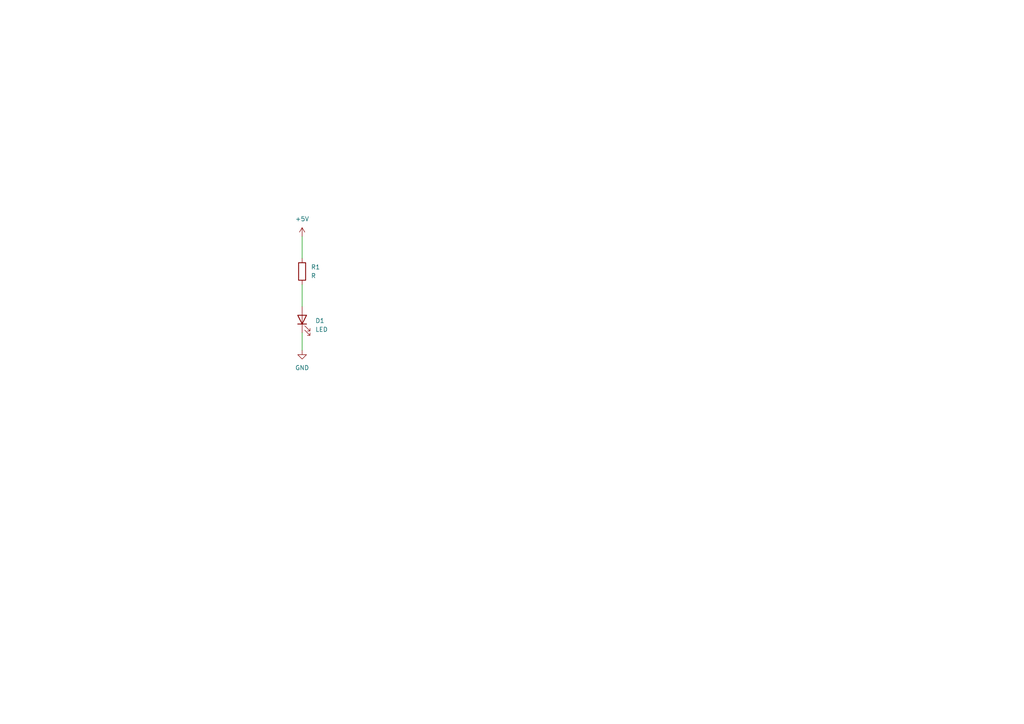
<source format=kicad_sch>
(kicad_sch (version 20230121) (generator eeschema)
  (paper "A4")
  (lib_symbols
    (symbol "Device:LED" (pin_numbers hide) (pin_names (offset 1.016) hide)
      (property "Reference" "D" (at 0 2.54 0))
      (property "Value" "LED" (at 0 -2.54 0))
      (symbol "LED_0_1"
        (polyline (pts (xy -1.27 -1.27) (xy -1.27 1.27)) (stroke (width 0.254)))
        (polyline (pts (xy -1.27 0) (xy 1.27 0)))
        (polyline (pts (xy 1.27 -1.27) (xy 1.27 1.27) (xy -1.27 0) (xy 1.27 -1.27)) (stroke (width 0.254)))
        (polyline (pts (xy -3.048 -0.762) (xy -4.572 -2.286) (xy -3.81 -2.286) (xy -4.572 -2.286) (xy -4.572 -1.524)))
        (polyline (pts (xy -1.778 -0.762) (xy -3.302 -2.286) (xy -2.54 -2.286) (xy -3.302 -2.286) (xy -3.302 -1.524)))
      )
      (symbol "LED_1_1"
        (pin passive line (at -3.81 0 0) (length 2.54) (name "K") (number "1"))
        (pin passive line (at 3.81 0 180) (length 2.54) (name "A") (number "2"))
      )
    )
    (symbol "Device:R" (pin_numbers hide) (pin_names (offset 0))
      (property "Reference" "R" (at 2.032 0 90))
      (property "Value" "R" (at 0 0 90))
      (symbol "R_0_1"
        (rectangle (start -1.016 -2.54) (end 1.016 2.54) (stroke (width 0.254)))
      )
      (symbol "R_1_1"
        (pin passive line (at 0 3.81 270) (length 1.27) (name "~") (number "1"))
        (pin passive line (at 0 -3.81 90) (length 1.27) (name "~") (number "2"))
      )
    )
    (symbol "power:+5V" (power) (pin_names (offset 0))
      (property "Value" "+5V" (at 0 3.556 0))
      (symbol "+5V_0_1"
        (polyline (pts (xy -0.762 1.27) (xy 0 2.54)))
        (polyline (pts (xy 0 0) (xy 0 2.54)))
        (polyline (pts (xy 0 2.54) (xy 0.762 1.27)))
      )
      (symbol "+5V_1_1"
        (pin power_in line (at 0 0 90) (length 0) hide (name "+5V") (number "1"))
      )
    )
    (symbol "power:GND" (power) (pin_names (offset 0))
      (property "Value" "GND" (at 0 -3.81 0))
      (symbol "GND_0_1"
        (polyline (pts (xy 0 0) (xy 0 -1.27) (xy 1.27 -1.27) (xy 0 -2.54) (xy -1.27 -1.27) (xy 0 -1.27)))
      )
      (symbol "GND_1_1"
        (pin power_in line (at 0 0 270) (length 0) hide (name "GND") (number "1"))
      )
    )
  )
  (wire (pts (xy 87.63 82.55) (xy 87.63 88.9)))
  (wire (pts (xy 87.63 96.52) (xy 87.63 101.6)))
  (wire (pts (xy 87.63 68.58) (xy 87.63 74.93)))
  (symbol (lib_id "power:GND") (at 87.63 101.6 0) (unit 1)
    (property "Reference" "#PWR02" (effects hide))
    (property "Value" "GND" (at 87.63 106.68 0))
  )
  (symbol (lib_id "Device:R") (at 87.63 78.74 0) (unit 1)
    (property "Reference" "R1" (at 90.17 77.47 0) (effects (justify left)))
    (property "Value" "R" (at 90.17 80.01 0) (effects (justify left)))
  )
  (symbol (lib_id "Device:LED") (at 87.63 92.71 90) (unit 1)
    (property "Reference" "D1" (at 91.44 93.0275 90) (effects (justify right)))
    (property "Value" "LED" (at 91.44 95.5675 90) (effects (justify right)))
  )
  (symbol (lib_id "power:+5V") (at 87.63 68.58 0) (unit 1)
    (property "Reference" "#PWR01" (effects hide))
    (property "Value" "+5V" (at 87.63 63.5 0))
  )
)
</source>
